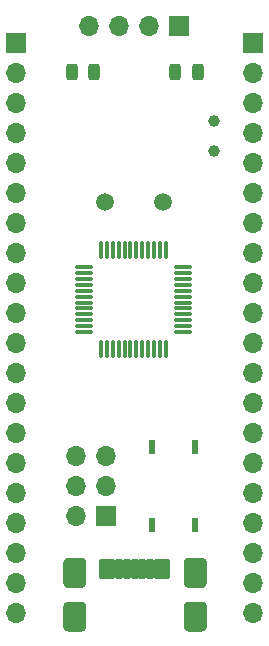
<source format=gbr>
%TF.GenerationSoftware,KiCad,Pcbnew,9.0.0*%
%TF.CreationDate,2025-02-28T11:04:11+07:00*%
%TF.ProjectId,SMT32_Bluepill,534d5433-325f-4426-9c75-6570696c6c2e,rev?*%
%TF.SameCoordinates,Original*%
%TF.FileFunction,Soldermask,Top*%
%TF.FilePolarity,Negative*%
%FSLAX46Y46*%
G04 Gerber Fmt 4.6, Leading zero omitted, Abs format (unit mm)*
G04 Created by KiCad (PCBNEW 9.0.0) date 2025-02-28 11:04:11*
%MOMM*%
%LPD*%
G01*
G04 APERTURE LIST*
G04 Aperture macros list*
%AMRoundRect*
0 Rectangle with rounded corners*
0 $1 Rounding radius*
0 $2 $3 $4 $5 $6 $7 $8 $9 X,Y pos of 4 corners*
0 Add a 4 corners polygon primitive as box body*
4,1,4,$2,$3,$4,$5,$6,$7,$8,$9,$2,$3,0*
0 Add four circle primitives for the rounded corners*
1,1,$1+$1,$2,$3*
1,1,$1+$1,$4,$5*
1,1,$1+$1,$6,$7*
1,1,$1+$1,$8,$9*
0 Add four rect primitives between the rounded corners*
20,1,$1+$1,$2,$3,$4,$5,0*
20,1,$1+$1,$4,$5,$6,$7,0*
20,1,$1+$1,$6,$7,$8,$9,0*
20,1,$1+$1,$8,$9,$2,$3,0*%
G04 Aperture macros list end*
%ADD10C,0.010000*%
%ADD11RoundRect,0.075000X-0.075000X0.662500X-0.075000X-0.662500X0.075000X-0.662500X0.075000X0.662500X0*%
%ADD12RoundRect,0.075000X-0.662500X0.075000X-0.662500X-0.075000X0.662500X-0.075000X0.662500X0.075000X0*%
%ADD13RoundRect,0.102000X-0.200000X-0.750000X0.200000X-0.750000X0.200000X0.750000X-0.200000X0.750000X0*%
%ADD14RoundRect,0.102000X-0.575000X-0.750000X0.575000X-0.750000X0.575000X0.750000X-0.575000X0.750000X0*%
%ADD15R,0.558800X1.153700*%
%ADD16RoundRect,0.243750X0.243750X0.456250X-0.243750X0.456250X-0.243750X-0.456250X0.243750X-0.456250X0*%
%ADD17C,1.000000*%
%ADD18RoundRect,0.243750X-0.243750X-0.456250X0.243750X-0.456250X0.243750X0.456250X-0.243750X0.456250X0*%
%ADD19C,1.500000*%
%ADD20R,1.700000X1.700000*%
%ADD21O,1.700000X1.700000*%
G04 APERTURE END LIST*
D10*
%TO.C,U3*%
X25446000Y-93576000D02*
X25467000Y-93577000D01*
X25488000Y-93580000D01*
X25508000Y-93584000D01*
X25529000Y-93589000D01*
X25549000Y-93595000D01*
X25568000Y-93602000D01*
X25588000Y-93610000D01*
X25607000Y-93619000D01*
X25625000Y-93629000D01*
X25643000Y-93640000D01*
X25660000Y-93651000D01*
X25677000Y-93664000D01*
X25693000Y-93678000D01*
X25708000Y-93692000D01*
X25722000Y-93707000D01*
X25736000Y-93723000D01*
X25749000Y-93740000D01*
X25760000Y-93757000D01*
X25771000Y-93775000D01*
X25781000Y-93793000D01*
X25790000Y-93812000D01*
X25798000Y-93832000D01*
X25805000Y-93851000D01*
X25811000Y-93871000D01*
X25816000Y-93892000D01*
X25820000Y-93912000D01*
X25823000Y-93933000D01*
X25824000Y-93954000D01*
X25825000Y-93975000D01*
X25825000Y-95625000D01*
X25824000Y-95646000D01*
X25823000Y-95667000D01*
X25820000Y-95688000D01*
X25816000Y-95708000D01*
X25811000Y-95729000D01*
X25805000Y-95749000D01*
X25798000Y-95768000D01*
X25790000Y-95788000D01*
X25781000Y-95807000D01*
X25771000Y-95825000D01*
X25760000Y-95843000D01*
X25749000Y-95860000D01*
X25736000Y-95877000D01*
X25722000Y-95893000D01*
X25708000Y-95908000D01*
X25693000Y-95922000D01*
X25677000Y-95936000D01*
X25660000Y-95949000D01*
X25643000Y-95960000D01*
X25625000Y-95971000D01*
X25607000Y-95981000D01*
X25588000Y-95990000D01*
X25568000Y-95998000D01*
X25549000Y-96005000D01*
X25529000Y-96011000D01*
X25508000Y-96016000D01*
X25488000Y-96020000D01*
X25467000Y-96023000D01*
X25446000Y-96024000D01*
X25425000Y-96025000D01*
X24375000Y-96025000D01*
X24354000Y-96024000D01*
X24333000Y-96023000D01*
X24312000Y-96020000D01*
X24292000Y-96016000D01*
X24271000Y-96011000D01*
X24251000Y-96005000D01*
X24232000Y-95998000D01*
X24212000Y-95990000D01*
X24193000Y-95981000D01*
X24175000Y-95971000D01*
X24157000Y-95960000D01*
X24140000Y-95949000D01*
X24123000Y-95936000D01*
X24107000Y-95922000D01*
X24092000Y-95908000D01*
X24078000Y-95893000D01*
X24064000Y-95877000D01*
X24051000Y-95860000D01*
X24040000Y-95843000D01*
X24029000Y-95825000D01*
X24019000Y-95807000D01*
X24010000Y-95788000D01*
X24002000Y-95768000D01*
X23995000Y-95749000D01*
X23989000Y-95729000D01*
X23984000Y-95708000D01*
X23980000Y-95688000D01*
X23977000Y-95667000D01*
X23976000Y-95646000D01*
X23975000Y-95625000D01*
X23975000Y-93975000D01*
X23976000Y-93954000D01*
X23977000Y-93933000D01*
X23980000Y-93912000D01*
X23984000Y-93892000D01*
X23989000Y-93871000D01*
X23995000Y-93851000D01*
X24002000Y-93832000D01*
X24010000Y-93812000D01*
X24019000Y-93793000D01*
X24029000Y-93775000D01*
X24040000Y-93757000D01*
X24051000Y-93740000D01*
X24064000Y-93723000D01*
X24078000Y-93707000D01*
X24092000Y-93692000D01*
X24107000Y-93678000D01*
X24123000Y-93664000D01*
X24140000Y-93651000D01*
X24157000Y-93640000D01*
X24175000Y-93629000D01*
X24193000Y-93619000D01*
X24212000Y-93610000D01*
X24232000Y-93602000D01*
X24251000Y-93595000D01*
X24271000Y-93589000D01*
X24292000Y-93584000D01*
X24312000Y-93580000D01*
X24333000Y-93577000D01*
X24354000Y-93576000D01*
X24375000Y-93575000D01*
X25425000Y-93575000D01*
X25446000Y-93576000D01*
G36*
X25446000Y-93576000D02*
G01*
X25467000Y-93577000D01*
X25488000Y-93580000D01*
X25508000Y-93584000D01*
X25529000Y-93589000D01*
X25549000Y-93595000D01*
X25568000Y-93602000D01*
X25588000Y-93610000D01*
X25607000Y-93619000D01*
X25625000Y-93629000D01*
X25643000Y-93640000D01*
X25660000Y-93651000D01*
X25677000Y-93664000D01*
X25693000Y-93678000D01*
X25708000Y-93692000D01*
X25722000Y-93707000D01*
X25736000Y-93723000D01*
X25749000Y-93740000D01*
X25760000Y-93757000D01*
X25771000Y-93775000D01*
X25781000Y-93793000D01*
X25790000Y-93812000D01*
X25798000Y-93832000D01*
X25805000Y-93851000D01*
X25811000Y-93871000D01*
X25816000Y-93892000D01*
X25820000Y-93912000D01*
X25823000Y-93933000D01*
X25824000Y-93954000D01*
X25825000Y-93975000D01*
X25825000Y-95625000D01*
X25824000Y-95646000D01*
X25823000Y-95667000D01*
X25820000Y-95688000D01*
X25816000Y-95708000D01*
X25811000Y-95729000D01*
X25805000Y-95749000D01*
X25798000Y-95768000D01*
X25790000Y-95788000D01*
X25781000Y-95807000D01*
X25771000Y-95825000D01*
X25760000Y-95843000D01*
X25749000Y-95860000D01*
X25736000Y-95877000D01*
X25722000Y-95893000D01*
X25708000Y-95908000D01*
X25693000Y-95922000D01*
X25677000Y-95936000D01*
X25660000Y-95949000D01*
X25643000Y-95960000D01*
X25625000Y-95971000D01*
X25607000Y-95981000D01*
X25588000Y-95990000D01*
X25568000Y-95998000D01*
X25549000Y-96005000D01*
X25529000Y-96011000D01*
X25508000Y-96016000D01*
X25488000Y-96020000D01*
X25467000Y-96023000D01*
X25446000Y-96024000D01*
X25425000Y-96025000D01*
X24375000Y-96025000D01*
X24354000Y-96024000D01*
X24333000Y-96023000D01*
X24312000Y-96020000D01*
X24292000Y-96016000D01*
X24271000Y-96011000D01*
X24251000Y-96005000D01*
X24232000Y-95998000D01*
X24212000Y-95990000D01*
X24193000Y-95981000D01*
X24175000Y-95971000D01*
X24157000Y-95960000D01*
X24140000Y-95949000D01*
X24123000Y-95936000D01*
X24107000Y-95922000D01*
X24092000Y-95908000D01*
X24078000Y-95893000D01*
X24064000Y-95877000D01*
X24051000Y-95860000D01*
X24040000Y-95843000D01*
X24029000Y-95825000D01*
X24019000Y-95807000D01*
X24010000Y-95788000D01*
X24002000Y-95768000D01*
X23995000Y-95749000D01*
X23989000Y-95729000D01*
X23984000Y-95708000D01*
X23980000Y-95688000D01*
X23977000Y-95667000D01*
X23976000Y-95646000D01*
X23975000Y-95625000D01*
X23975000Y-93975000D01*
X23976000Y-93954000D01*
X23977000Y-93933000D01*
X23980000Y-93912000D01*
X23984000Y-93892000D01*
X23989000Y-93871000D01*
X23995000Y-93851000D01*
X24002000Y-93832000D01*
X24010000Y-93812000D01*
X24019000Y-93793000D01*
X24029000Y-93775000D01*
X24040000Y-93757000D01*
X24051000Y-93740000D01*
X24064000Y-93723000D01*
X24078000Y-93707000D01*
X24092000Y-93692000D01*
X24107000Y-93678000D01*
X24123000Y-93664000D01*
X24140000Y-93651000D01*
X24157000Y-93640000D01*
X24175000Y-93629000D01*
X24193000Y-93619000D01*
X24212000Y-93610000D01*
X24232000Y-93602000D01*
X24251000Y-93595000D01*
X24271000Y-93589000D01*
X24292000Y-93584000D01*
X24312000Y-93580000D01*
X24333000Y-93577000D01*
X24354000Y-93576000D01*
X24375000Y-93575000D01*
X25425000Y-93575000D01*
X25446000Y-93576000D01*
G37*
X25446000Y-97276000D02*
X25467000Y-97277000D01*
X25488000Y-97280000D01*
X25508000Y-97284000D01*
X25529000Y-97289000D01*
X25549000Y-97295000D01*
X25568000Y-97302000D01*
X25588000Y-97310000D01*
X25607000Y-97319000D01*
X25625000Y-97329000D01*
X25643000Y-97340000D01*
X25660000Y-97351000D01*
X25677000Y-97364000D01*
X25693000Y-97378000D01*
X25708000Y-97392000D01*
X25722000Y-97407000D01*
X25736000Y-97423000D01*
X25749000Y-97440000D01*
X25760000Y-97457000D01*
X25771000Y-97475000D01*
X25781000Y-97493000D01*
X25790000Y-97512000D01*
X25798000Y-97532000D01*
X25805000Y-97551000D01*
X25811000Y-97571000D01*
X25816000Y-97592000D01*
X25820000Y-97612000D01*
X25823000Y-97633000D01*
X25824000Y-97654000D01*
X25825000Y-97675000D01*
X25825000Y-99325000D01*
X25824000Y-99346000D01*
X25823000Y-99367000D01*
X25820000Y-99388000D01*
X25816000Y-99408000D01*
X25811000Y-99429000D01*
X25805000Y-99449000D01*
X25798000Y-99468000D01*
X25790000Y-99488000D01*
X25781000Y-99507000D01*
X25771000Y-99525000D01*
X25760000Y-99543000D01*
X25749000Y-99560000D01*
X25736000Y-99577000D01*
X25722000Y-99593000D01*
X25708000Y-99608000D01*
X25693000Y-99622000D01*
X25677000Y-99636000D01*
X25660000Y-99649000D01*
X25643000Y-99660000D01*
X25625000Y-99671000D01*
X25607000Y-99681000D01*
X25588000Y-99690000D01*
X25568000Y-99698000D01*
X25549000Y-99705000D01*
X25529000Y-99711000D01*
X25508000Y-99716000D01*
X25488000Y-99720000D01*
X25467000Y-99723000D01*
X25446000Y-99724000D01*
X25425000Y-99725000D01*
X24375000Y-99725000D01*
X24354000Y-99724000D01*
X24333000Y-99723000D01*
X24312000Y-99720000D01*
X24292000Y-99716000D01*
X24271000Y-99711000D01*
X24251000Y-99705000D01*
X24232000Y-99698000D01*
X24212000Y-99690000D01*
X24193000Y-99681000D01*
X24175000Y-99671000D01*
X24157000Y-99660000D01*
X24140000Y-99649000D01*
X24123000Y-99636000D01*
X24107000Y-99622000D01*
X24092000Y-99608000D01*
X24078000Y-99593000D01*
X24064000Y-99577000D01*
X24051000Y-99560000D01*
X24040000Y-99543000D01*
X24029000Y-99525000D01*
X24019000Y-99507000D01*
X24010000Y-99488000D01*
X24002000Y-99468000D01*
X23995000Y-99449000D01*
X23989000Y-99429000D01*
X23984000Y-99408000D01*
X23980000Y-99388000D01*
X23977000Y-99367000D01*
X23976000Y-99346000D01*
X23975000Y-99325000D01*
X23975000Y-97675000D01*
X23976000Y-97654000D01*
X23977000Y-97633000D01*
X23980000Y-97612000D01*
X23984000Y-97592000D01*
X23989000Y-97571000D01*
X23995000Y-97551000D01*
X24002000Y-97532000D01*
X24010000Y-97512000D01*
X24019000Y-97493000D01*
X24029000Y-97475000D01*
X24040000Y-97457000D01*
X24051000Y-97440000D01*
X24064000Y-97423000D01*
X24078000Y-97407000D01*
X24092000Y-97392000D01*
X24107000Y-97378000D01*
X24123000Y-97364000D01*
X24140000Y-97351000D01*
X24157000Y-97340000D01*
X24175000Y-97329000D01*
X24193000Y-97319000D01*
X24212000Y-97310000D01*
X24232000Y-97302000D01*
X24251000Y-97295000D01*
X24271000Y-97289000D01*
X24292000Y-97284000D01*
X24312000Y-97280000D01*
X24333000Y-97277000D01*
X24354000Y-97276000D01*
X24375000Y-97275000D01*
X25425000Y-97275000D01*
X25446000Y-97276000D01*
G36*
X25446000Y-97276000D02*
G01*
X25467000Y-97277000D01*
X25488000Y-97280000D01*
X25508000Y-97284000D01*
X25529000Y-97289000D01*
X25549000Y-97295000D01*
X25568000Y-97302000D01*
X25588000Y-97310000D01*
X25607000Y-97319000D01*
X25625000Y-97329000D01*
X25643000Y-97340000D01*
X25660000Y-97351000D01*
X25677000Y-97364000D01*
X25693000Y-97378000D01*
X25708000Y-97392000D01*
X25722000Y-97407000D01*
X25736000Y-97423000D01*
X25749000Y-97440000D01*
X25760000Y-97457000D01*
X25771000Y-97475000D01*
X25781000Y-97493000D01*
X25790000Y-97512000D01*
X25798000Y-97532000D01*
X25805000Y-97551000D01*
X25811000Y-97571000D01*
X25816000Y-97592000D01*
X25820000Y-97612000D01*
X25823000Y-97633000D01*
X25824000Y-97654000D01*
X25825000Y-97675000D01*
X25825000Y-99325000D01*
X25824000Y-99346000D01*
X25823000Y-99367000D01*
X25820000Y-99388000D01*
X25816000Y-99408000D01*
X25811000Y-99429000D01*
X25805000Y-99449000D01*
X25798000Y-99468000D01*
X25790000Y-99488000D01*
X25781000Y-99507000D01*
X25771000Y-99525000D01*
X25760000Y-99543000D01*
X25749000Y-99560000D01*
X25736000Y-99577000D01*
X25722000Y-99593000D01*
X25708000Y-99608000D01*
X25693000Y-99622000D01*
X25677000Y-99636000D01*
X25660000Y-99649000D01*
X25643000Y-99660000D01*
X25625000Y-99671000D01*
X25607000Y-99681000D01*
X25588000Y-99690000D01*
X25568000Y-99698000D01*
X25549000Y-99705000D01*
X25529000Y-99711000D01*
X25508000Y-99716000D01*
X25488000Y-99720000D01*
X25467000Y-99723000D01*
X25446000Y-99724000D01*
X25425000Y-99725000D01*
X24375000Y-99725000D01*
X24354000Y-99724000D01*
X24333000Y-99723000D01*
X24312000Y-99720000D01*
X24292000Y-99716000D01*
X24271000Y-99711000D01*
X24251000Y-99705000D01*
X24232000Y-99698000D01*
X24212000Y-99690000D01*
X24193000Y-99681000D01*
X24175000Y-99671000D01*
X24157000Y-99660000D01*
X24140000Y-99649000D01*
X24123000Y-99636000D01*
X24107000Y-99622000D01*
X24092000Y-99608000D01*
X24078000Y-99593000D01*
X24064000Y-99577000D01*
X24051000Y-99560000D01*
X24040000Y-99543000D01*
X24029000Y-99525000D01*
X24019000Y-99507000D01*
X24010000Y-99488000D01*
X24002000Y-99468000D01*
X23995000Y-99449000D01*
X23989000Y-99429000D01*
X23984000Y-99408000D01*
X23980000Y-99388000D01*
X23977000Y-99367000D01*
X23976000Y-99346000D01*
X23975000Y-99325000D01*
X23975000Y-97675000D01*
X23976000Y-97654000D01*
X23977000Y-97633000D01*
X23980000Y-97612000D01*
X23984000Y-97592000D01*
X23989000Y-97571000D01*
X23995000Y-97551000D01*
X24002000Y-97532000D01*
X24010000Y-97512000D01*
X24019000Y-97493000D01*
X24029000Y-97475000D01*
X24040000Y-97457000D01*
X24051000Y-97440000D01*
X24064000Y-97423000D01*
X24078000Y-97407000D01*
X24092000Y-97392000D01*
X24107000Y-97378000D01*
X24123000Y-97364000D01*
X24140000Y-97351000D01*
X24157000Y-97340000D01*
X24175000Y-97329000D01*
X24193000Y-97319000D01*
X24212000Y-97310000D01*
X24232000Y-97302000D01*
X24251000Y-97295000D01*
X24271000Y-97289000D01*
X24292000Y-97284000D01*
X24312000Y-97280000D01*
X24333000Y-97277000D01*
X24354000Y-97276000D01*
X24375000Y-97275000D01*
X25425000Y-97275000D01*
X25446000Y-97276000D01*
G37*
X35646000Y-93576000D02*
X35667000Y-93577000D01*
X35688000Y-93580000D01*
X35708000Y-93584000D01*
X35729000Y-93589000D01*
X35749000Y-93595000D01*
X35768000Y-93602000D01*
X35788000Y-93610000D01*
X35807000Y-93619000D01*
X35825000Y-93629000D01*
X35843000Y-93640000D01*
X35860000Y-93651000D01*
X35877000Y-93664000D01*
X35893000Y-93678000D01*
X35908000Y-93692000D01*
X35922000Y-93707000D01*
X35936000Y-93723000D01*
X35949000Y-93740000D01*
X35960000Y-93757000D01*
X35971000Y-93775000D01*
X35981000Y-93793000D01*
X35990000Y-93812000D01*
X35998000Y-93832000D01*
X36005000Y-93851000D01*
X36011000Y-93871000D01*
X36016000Y-93892000D01*
X36020000Y-93912000D01*
X36023000Y-93933000D01*
X36024000Y-93954000D01*
X36025000Y-93975000D01*
X36025000Y-95625000D01*
X36024000Y-95646000D01*
X36023000Y-95667000D01*
X36020000Y-95688000D01*
X36016000Y-95708000D01*
X36011000Y-95729000D01*
X36005000Y-95749000D01*
X35998000Y-95768000D01*
X35990000Y-95788000D01*
X35981000Y-95807000D01*
X35971000Y-95825000D01*
X35960000Y-95843000D01*
X35949000Y-95860000D01*
X35936000Y-95877000D01*
X35922000Y-95893000D01*
X35908000Y-95908000D01*
X35893000Y-95922000D01*
X35877000Y-95936000D01*
X35860000Y-95949000D01*
X35843000Y-95960000D01*
X35825000Y-95971000D01*
X35807000Y-95981000D01*
X35788000Y-95990000D01*
X35768000Y-95998000D01*
X35749000Y-96005000D01*
X35729000Y-96011000D01*
X35708000Y-96016000D01*
X35688000Y-96020000D01*
X35667000Y-96023000D01*
X35646000Y-96024000D01*
X35625000Y-96025000D01*
X34575000Y-96025000D01*
X34554000Y-96024000D01*
X34533000Y-96023000D01*
X34512000Y-96020000D01*
X34492000Y-96016000D01*
X34471000Y-96011000D01*
X34451000Y-96005000D01*
X34432000Y-95998000D01*
X34412000Y-95990000D01*
X34393000Y-95981000D01*
X34375000Y-95971000D01*
X34357000Y-95960000D01*
X34340000Y-95949000D01*
X34323000Y-95936000D01*
X34307000Y-95922000D01*
X34292000Y-95908000D01*
X34278000Y-95893000D01*
X34264000Y-95877000D01*
X34251000Y-95860000D01*
X34240000Y-95843000D01*
X34229000Y-95825000D01*
X34219000Y-95807000D01*
X34210000Y-95788000D01*
X34202000Y-95768000D01*
X34195000Y-95749000D01*
X34189000Y-95729000D01*
X34184000Y-95708000D01*
X34180000Y-95688000D01*
X34177000Y-95667000D01*
X34176000Y-95646000D01*
X34175000Y-95625000D01*
X34175000Y-93975000D01*
X34176000Y-93954000D01*
X34177000Y-93933000D01*
X34180000Y-93912000D01*
X34184000Y-93892000D01*
X34189000Y-93871000D01*
X34195000Y-93851000D01*
X34202000Y-93832000D01*
X34210000Y-93812000D01*
X34219000Y-93793000D01*
X34229000Y-93775000D01*
X34240000Y-93757000D01*
X34251000Y-93740000D01*
X34264000Y-93723000D01*
X34278000Y-93707000D01*
X34292000Y-93692000D01*
X34307000Y-93678000D01*
X34323000Y-93664000D01*
X34340000Y-93651000D01*
X34357000Y-93640000D01*
X34375000Y-93629000D01*
X34393000Y-93619000D01*
X34412000Y-93610000D01*
X34432000Y-93602000D01*
X34451000Y-93595000D01*
X34471000Y-93589000D01*
X34492000Y-93584000D01*
X34512000Y-93580000D01*
X34533000Y-93577000D01*
X34554000Y-93576000D01*
X34575000Y-93575000D01*
X35625000Y-93575000D01*
X35646000Y-93576000D01*
G36*
X35646000Y-93576000D02*
G01*
X35667000Y-93577000D01*
X35688000Y-93580000D01*
X35708000Y-93584000D01*
X35729000Y-93589000D01*
X35749000Y-93595000D01*
X35768000Y-93602000D01*
X35788000Y-93610000D01*
X35807000Y-93619000D01*
X35825000Y-93629000D01*
X35843000Y-93640000D01*
X35860000Y-93651000D01*
X35877000Y-93664000D01*
X35893000Y-93678000D01*
X35908000Y-93692000D01*
X35922000Y-93707000D01*
X35936000Y-93723000D01*
X35949000Y-93740000D01*
X35960000Y-93757000D01*
X35971000Y-93775000D01*
X35981000Y-93793000D01*
X35990000Y-93812000D01*
X35998000Y-93832000D01*
X36005000Y-93851000D01*
X36011000Y-93871000D01*
X36016000Y-93892000D01*
X36020000Y-93912000D01*
X36023000Y-93933000D01*
X36024000Y-93954000D01*
X36025000Y-93975000D01*
X36025000Y-95625000D01*
X36024000Y-95646000D01*
X36023000Y-95667000D01*
X36020000Y-95688000D01*
X36016000Y-95708000D01*
X36011000Y-95729000D01*
X36005000Y-95749000D01*
X35998000Y-95768000D01*
X35990000Y-95788000D01*
X35981000Y-95807000D01*
X35971000Y-95825000D01*
X35960000Y-95843000D01*
X35949000Y-95860000D01*
X35936000Y-95877000D01*
X35922000Y-95893000D01*
X35908000Y-95908000D01*
X35893000Y-95922000D01*
X35877000Y-95936000D01*
X35860000Y-95949000D01*
X35843000Y-95960000D01*
X35825000Y-95971000D01*
X35807000Y-95981000D01*
X35788000Y-95990000D01*
X35768000Y-95998000D01*
X35749000Y-96005000D01*
X35729000Y-96011000D01*
X35708000Y-96016000D01*
X35688000Y-96020000D01*
X35667000Y-96023000D01*
X35646000Y-96024000D01*
X35625000Y-96025000D01*
X34575000Y-96025000D01*
X34554000Y-96024000D01*
X34533000Y-96023000D01*
X34512000Y-96020000D01*
X34492000Y-96016000D01*
X34471000Y-96011000D01*
X34451000Y-96005000D01*
X34432000Y-95998000D01*
X34412000Y-95990000D01*
X34393000Y-95981000D01*
X34375000Y-95971000D01*
X34357000Y-95960000D01*
X34340000Y-95949000D01*
X34323000Y-95936000D01*
X34307000Y-95922000D01*
X34292000Y-95908000D01*
X34278000Y-95893000D01*
X34264000Y-95877000D01*
X34251000Y-95860000D01*
X34240000Y-95843000D01*
X34229000Y-95825000D01*
X34219000Y-95807000D01*
X34210000Y-95788000D01*
X34202000Y-95768000D01*
X34195000Y-95749000D01*
X34189000Y-95729000D01*
X34184000Y-95708000D01*
X34180000Y-95688000D01*
X34177000Y-95667000D01*
X34176000Y-95646000D01*
X34175000Y-95625000D01*
X34175000Y-93975000D01*
X34176000Y-93954000D01*
X34177000Y-93933000D01*
X34180000Y-93912000D01*
X34184000Y-93892000D01*
X34189000Y-93871000D01*
X34195000Y-93851000D01*
X34202000Y-93832000D01*
X34210000Y-93812000D01*
X34219000Y-93793000D01*
X34229000Y-93775000D01*
X34240000Y-93757000D01*
X34251000Y-93740000D01*
X34264000Y-93723000D01*
X34278000Y-93707000D01*
X34292000Y-93692000D01*
X34307000Y-93678000D01*
X34323000Y-93664000D01*
X34340000Y-93651000D01*
X34357000Y-93640000D01*
X34375000Y-93629000D01*
X34393000Y-93619000D01*
X34412000Y-93610000D01*
X34432000Y-93602000D01*
X34451000Y-93595000D01*
X34471000Y-93589000D01*
X34492000Y-93584000D01*
X34512000Y-93580000D01*
X34533000Y-93577000D01*
X34554000Y-93576000D01*
X34575000Y-93575000D01*
X35625000Y-93575000D01*
X35646000Y-93576000D01*
G37*
X35646000Y-97276000D02*
X35667000Y-97277000D01*
X35688000Y-97280000D01*
X35708000Y-97284000D01*
X35729000Y-97289000D01*
X35749000Y-97295000D01*
X35768000Y-97302000D01*
X35788000Y-97310000D01*
X35807000Y-97319000D01*
X35825000Y-97329000D01*
X35843000Y-97340000D01*
X35860000Y-97351000D01*
X35877000Y-97364000D01*
X35893000Y-97378000D01*
X35908000Y-97392000D01*
X35922000Y-97407000D01*
X35936000Y-97423000D01*
X35949000Y-97440000D01*
X35960000Y-97457000D01*
X35971000Y-97475000D01*
X35981000Y-97493000D01*
X35990000Y-97512000D01*
X35998000Y-97532000D01*
X36005000Y-97551000D01*
X36011000Y-97571000D01*
X36016000Y-97592000D01*
X36020000Y-97612000D01*
X36023000Y-97633000D01*
X36024000Y-97654000D01*
X36025000Y-97675000D01*
X36025000Y-99325000D01*
X36024000Y-99346000D01*
X36023000Y-99367000D01*
X36020000Y-99388000D01*
X36016000Y-99408000D01*
X36011000Y-99429000D01*
X36005000Y-99449000D01*
X35998000Y-99468000D01*
X35990000Y-99488000D01*
X35981000Y-99507000D01*
X35971000Y-99525000D01*
X35960000Y-99543000D01*
X35949000Y-99560000D01*
X35936000Y-99577000D01*
X35922000Y-99593000D01*
X35908000Y-99608000D01*
X35893000Y-99622000D01*
X35877000Y-99636000D01*
X35860000Y-99649000D01*
X35843000Y-99660000D01*
X35825000Y-99671000D01*
X35807000Y-99681000D01*
X35788000Y-99690000D01*
X35768000Y-99698000D01*
X35749000Y-99705000D01*
X35729000Y-99711000D01*
X35708000Y-99716000D01*
X35688000Y-99720000D01*
X35667000Y-99723000D01*
X35646000Y-99724000D01*
X35625000Y-99725000D01*
X34575000Y-99725000D01*
X34554000Y-99724000D01*
X34533000Y-99723000D01*
X34512000Y-99720000D01*
X34492000Y-99716000D01*
X34471000Y-99711000D01*
X34451000Y-99705000D01*
X34432000Y-99698000D01*
X34412000Y-99690000D01*
X34393000Y-99681000D01*
X34375000Y-99671000D01*
X34357000Y-99660000D01*
X34340000Y-99649000D01*
X34323000Y-99636000D01*
X34307000Y-99622000D01*
X34292000Y-99608000D01*
X34278000Y-99593000D01*
X34264000Y-99577000D01*
X34251000Y-99560000D01*
X34240000Y-99543000D01*
X34229000Y-99525000D01*
X34219000Y-99507000D01*
X34210000Y-99488000D01*
X34202000Y-99468000D01*
X34195000Y-99449000D01*
X34189000Y-99429000D01*
X34184000Y-99408000D01*
X34180000Y-99388000D01*
X34177000Y-99367000D01*
X34176000Y-99346000D01*
X34175000Y-99325000D01*
X34175000Y-97675000D01*
X34176000Y-97654000D01*
X34177000Y-97633000D01*
X34180000Y-97612000D01*
X34184000Y-97592000D01*
X34189000Y-97571000D01*
X34195000Y-97551000D01*
X34202000Y-97532000D01*
X34210000Y-97512000D01*
X34219000Y-97493000D01*
X34229000Y-97475000D01*
X34240000Y-97457000D01*
X34251000Y-97440000D01*
X34264000Y-97423000D01*
X34278000Y-97407000D01*
X34292000Y-97392000D01*
X34307000Y-97378000D01*
X34323000Y-97364000D01*
X34340000Y-97351000D01*
X34357000Y-97340000D01*
X34375000Y-97329000D01*
X34393000Y-97319000D01*
X34412000Y-97310000D01*
X34432000Y-97302000D01*
X34451000Y-97295000D01*
X34471000Y-97289000D01*
X34492000Y-97284000D01*
X34512000Y-97280000D01*
X34533000Y-97277000D01*
X34554000Y-97276000D01*
X34575000Y-97275000D01*
X35625000Y-97275000D01*
X35646000Y-97276000D01*
G36*
X35646000Y-97276000D02*
G01*
X35667000Y-97277000D01*
X35688000Y-97280000D01*
X35708000Y-97284000D01*
X35729000Y-97289000D01*
X35749000Y-97295000D01*
X35768000Y-97302000D01*
X35788000Y-97310000D01*
X35807000Y-97319000D01*
X35825000Y-97329000D01*
X35843000Y-97340000D01*
X35860000Y-97351000D01*
X35877000Y-97364000D01*
X35893000Y-97378000D01*
X35908000Y-97392000D01*
X35922000Y-97407000D01*
X35936000Y-97423000D01*
X35949000Y-97440000D01*
X35960000Y-97457000D01*
X35971000Y-97475000D01*
X35981000Y-97493000D01*
X35990000Y-97512000D01*
X35998000Y-97532000D01*
X36005000Y-97551000D01*
X36011000Y-97571000D01*
X36016000Y-97592000D01*
X36020000Y-97612000D01*
X36023000Y-97633000D01*
X36024000Y-97654000D01*
X36025000Y-97675000D01*
X36025000Y-99325000D01*
X36024000Y-99346000D01*
X36023000Y-99367000D01*
X36020000Y-99388000D01*
X36016000Y-99408000D01*
X36011000Y-99429000D01*
X36005000Y-99449000D01*
X35998000Y-99468000D01*
X35990000Y-99488000D01*
X35981000Y-99507000D01*
X35971000Y-99525000D01*
X35960000Y-99543000D01*
X35949000Y-99560000D01*
X35936000Y-99577000D01*
X35922000Y-99593000D01*
X35908000Y-99608000D01*
X35893000Y-99622000D01*
X35877000Y-99636000D01*
X35860000Y-99649000D01*
X35843000Y-99660000D01*
X35825000Y-99671000D01*
X35807000Y-99681000D01*
X35788000Y-99690000D01*
X35768000Y-99698000D01*
X35749000Y-99705000D01*
X35729000Y-99711000D01*
X35708000Y-99716000D01*
X35688000Y-99720000D01*
X35667000Y-99723000D01*
X35646000Y-99724000D01*
X35625000Y-99725000D01*
X34575000Y-99725000D01*
X34554000Y-99724000D01*
X34533000Y-99723000D01*
X34512000Y-99720000D01*
X34492000Y-99716000D01*
X34471000Y-99711000D01*
X34451000Y-99705000D01*
X34432000Y-99698000D01*
X34412000Y-99690000D01*
X34393000Y-99681000D01*
X34375000Y-99671000D01*
X34357000Y-99660000D01*
X34340000Y-99649000D01*
X34323000Y-99636000D01*
X34307000Y-99622000D01*
X34292000Y-99608000D01*
X34278000Y-99593000D01*
X34264000Y-99577000D01*
X34251000Y-99560000D01*
X34240000Y-99543000D01*
X34229000Y-99525000D01*
X34219000Y-99507000D01*
X34210000Y-99488000D01*
X34202000Y-99468000D01*
X34195000Y-99449000D01*
X34189000Y-99429000D01*
X34184000Y-99408000D01*
X34180000Y-99388000D01*
X34177000Y-99367000D01*
X34176000Y-99346000D01*
X34175000Y-99325000D01*
X34175000Y-97675000D01*
X34176000Y-97654000D01*
X34177000Y-97633000D01*
X34180000Y-97612000D01*
X34184000Y-97592000D01*
X34189000Y-97571000D01*
X34195000Y-97551000D01*
X34202000Y-97532000D01*
X34210000Y-97512000D01*
X34219000Y-97493000D01*
X34229000Y-97475000D01*
X34240000Y-97457000D01*
X34251000Y-97440000D01*
X34264000Y-97423000D01*
X34278000Y-97407000D01*
X34292000Y-97392000D01*
X34307000Y-97378000D01*
X34323000Y-97364000D01*
X34340000Y-97351000D01*
X34357000Y-97340000D01*
X34375000Y-97329000D01*
X34393000Y-97319000D01*
X34412000Y-97310000D01*
X34432000Y-97302000D01*
X34451000Y-97295000D01*
X34471000Y-97289000D01*
X34492000Y-97284000D01*
X34512000Y-97280000D01*
X34533000Y-97277000D01*
X34554000Y-97276000D01*
X34575000Y-97275000D01*
X35625000Y-97275000D01*
X35646000Y-97276000D01*
G37*
%TD*%
D11*
%TO.C,U2*%
X32650000Y-67537500D03*
X32150000Y-67537500D03*
X31650000Y-67537500D03*
X31150000Y-67537500D03*
X30650000Y-67537500D03*
X30150000Y-67537500D03*
X29650000Y-67537500D03*
X29150000Y-67537500D03*
X28650000Y-67537500D03*
X28150000Y-67537500D03*
X27650000Y-67537500D03*
X27150000Y-67537500D03*
D12*
X25737500Y-68950000D03*
X25737500Y-69450000D03*
X25737500Y-69950000D03*
X25737500Y-70450000D03*
X25737500Y-70950000D03*
X25737500Y-71450000D03*
X25737500Y-71950000D03*
X25737500Y-72450000D03*
X25737500Y-72950000D03*
X25737500Y-73450000D03*
X25737500Y-73950000D03*
X25737500Y-74450000D03*
D11*
X27150000Y-75862500D03*
X27650000Y-75862500D03*
X28150000Y-75862500D03*
X28650000Y-75862500D03*
X29150000Y-75862500D03*
X29650000Y-75862500D03*
X30150000Y-75862500D03*
X30650000Y-75862500D03*
X31150000Y-75862500D03*
X31650000Y-75862500D03*
X32150000Y-75862500D03*
X32650000Y-75862500D03*
D12*
X34062500Y-74450000D03*
X34062500Y-73950000D03*
X34062500Y-73450000D03*
X34062500Y-72950000D03*
X34062500Y-72450000D03*
X34062500Y-71950000D03*
X34062500Y-71450000D03*
X34062500Y-70950000D03*
X34062500Y-70450000D03*
X34062500Y-69950000D03*
X34062500Y-69450000D03*
X34062500Y-68950000D03*
%TD*%
D13*
%TO.C,U3*%
X28700000Y-94550000D03*
X29350000Y-94550000D03*
X30000000Y-94550000D03*
X30650000Y-94550000D03*
X31300000Y-94550000D03*
D14*
X27675000Y-94550000D03*
X32325000Y-94550000D03*
%TD*%
D15*
%TO.C,RST1*%
X31450001Y-90781949D03*
X35149999Y-90781949D03*
X35149999Y-84218051D03*
X31450001Y-84218051D03*
%TD*%
D16*
%TO.C,D2*%
X26568750Y-52468750D03*
X24693750Y-52468750D03*
%TD*%
D17*
%TO.C,Y3*%
X36750000Y-56600000D03*
X36750000Y-59140000D03*
%TD*%
D18*
%TO.C,D1*%
X33462500Y-52400000D03*
X35337500Y-52400000D03*
%TD*%
D19*
%TO.C,Y2*%
X32400000Y-63400000D03*
X27520000Y-63400000D03*
%TD*%
D20*
%TO.C,P1*%
X27600000Y-90000000D03*
D21*
X25060000Y-90000000D03*
X27600000Y-87460000D03*
X25060000Y-87460000D03*
X27600000Y-84920000D03*
X25060000Y-84920000D03*
%TD*%
D20*
%TO.C,P2*%
X33800000Y-48500000D03*
D21*
X31260000Y-48500000D03*
X28720000Y-48500000D03*
X26180000Y-48500000D03*
%TD*%
D20*
%TO.C,P4*%
X20000000Y-50000000D03*
D21*
X20000000Y-52540000D03*
X20000000Y-55080000D03*
X20000000Y-57620000D03*
X20000000Y-60160000D03*
X20000000Y-62700000D03*
X20000000Y-65240000D03*
X20000000Y-67780000D03*
X20000000Y-70320000D03*
X20000000Y-72860000D03*
X20000000Y-75400000D03*
X20000000Y-77940000D03*
X20000000Y-80480000D03*
X20000000Y-83020000D03*
X20000000Y-85560000D03*
X20000000Y-88100000D03*
X20000000Y-90640000D03*
X20000000Y-93180000D03*
X20000000Y-95720000D03*
X20000000Y-98260000D03*
%TD*%
D20*
%TO.C,P3*%
X40000000Y-50000000D03*
D21*
X40000000Y-52540000D03*
X40000000Y-55080000D03*
X40000000Y-57620000D03*
X40000000Y-60160000D03*
X40000000Y-62700000D03*
X40000000Y-65240000D03*
X40000000Y-67780000D03*
X40000000Y-70320000D03*
X40000000Y-72860000D03*
X40000000Y-75400000D03*
X40000000Y-77940000D03*
X40000000Y-80480000D03*
X40000000Y-83020000D03*
X40000000Y-85560000D03*
X40000000Y-88100000D03*
X40000000Y-90640000D03*
X40000000Y-93180000D03*
X40000000Y-95720000D03*
X40000000Y-98260000D03*
%TD*%
M02*

</source>
